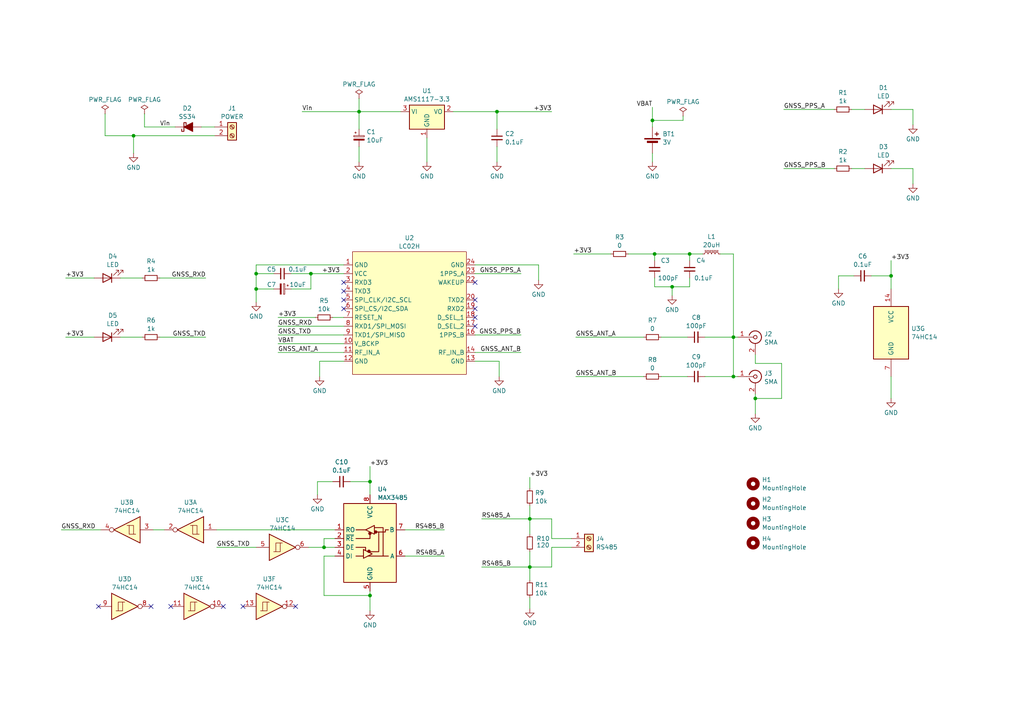
<source format=kicad_sch>
(kicad_sch (version 20230121) (generator eeschema)
  (paper "A4")
  (lib_symbols
    (symbol "74xx:74HC14" (pin_names (offset 1.016))
      (property "Reference" "U" (at 0 1.27 0))
      (property "Value" "74HC14" (at 0 -1.27 0))
      (symbol "74HC14_1_0"
        (polyline (pts (xy -3.81 3.81) (xy -3.81 -3.81) (xy 3.81 0) (xy -3.81 3.81)) (stroke (width 0.254)) (fill (type background)))
        (pin input line (at -7.62 0 0) (length 3.81) (name "~") (number "1"))
        (pin output inverted (at 7.62 0 180) (length 3.81) (name "~") (number "2"))
      )
      (symbol "74HC14_1_1"
        (polyline (pts (xy -1.905 -1.27) (xy -1.905 1.27) (xy -0.635 1.27)))
        (polyline (pts (xy -2.54 -1.27) (xy -0.635 -1.27) (xy -0.635 1.27) (xy 0 1.27)))
      )
      (symbol "74HC14_2_0"
        (polyline (pts (xy -3.81 3.81) (xy -3.81 -3.81) (xy 3.81 0) (xy -3.81 3.81)) (stroke (width 0.254)) (fill (type background)))
        (pin input line (at -7.62 0 0) (length 3.81) (name "~") (number "3"))
        (pin output inverted (at 7.62 0 180) (length 3.81) (name "~") (number "4"))
      )
      (symbol "74HC14_2_1"
        (polyline (pts (xy -1.905 -1.27) (xy -1.905 1.27) (xy -0.635 1.27)))
        (polyline (pts (xy -2.54 -1.27) (xy -0.635 -1.27) (xy -0.635 1.27) (xy 0 1.27)))
      )
      (symbol "74HC14_3_0"
        (polyline (pts (xy -3.81 3.81) (xy -3.81 -3.81) (xy 3.81 0) (xy -3.81 3.81)) (stroke (width 0.254)) (fill (type background)))
        (pin input line (at -7.62 0 0) (length 3.81) (name "~") (number "5"))
        (pin output inverted (at 7.62 0 180) (length 3.81) (name "~") (number "6"))
      )
      (symbol "74HC14_3_1"
        (polyline (pts (xy -1.905 -1.27) (xy -1.905 1.27) (xy -0.635 1.27)))
        (polyline (pts (xy -2.54 -1.27) (xy -0.635 -1.27) (xy -0.635 1.27) (xy 0 1.27)))
      )
      (symbol "74HC14_4_0"
        (polyline (pts (xy -3.81 3.81) (xy -3.81 -3.81) (xy 3.81 0) (xy -3.81 3.81)) (stroke (width 0.254)) (fill (type background)))
        (pin output inverted (at 7.62 0 180) (length 3.81) (name "~") (number "8"))
        (pin input line (at -7.62 0 0) (length 3.81) (name "~") (number "9"))
      )
      (symbol "74HC14_4_1"
        (polyline (pts (xy -1.905 -1.27) (xy -1.905 1.27) (xy -0.635 1.27)))
        (polyline (pts (xy -2.54 -1.27) (xy -0.635 -1.27) (xy -0.635 1.27) (xy 0 1.27)))
      )
      (symbol "74HC14_5_0"
        (polyline (pts (xy -3.81 3.81) (xy -3.81 -3.81) (xy 3.81 0) (xy -3.81 3.81)) (stroke (width 0.254)) (fill (type background)))
        (pin output inverted (at 7.62 0 180) (length 3.81) (name "~") (number "10"))
        (pin input line (at -7.62 0 0) (length 3.81) (name "~") (number "11"))
      )
      (symbol "74HC14_5_1"
        (polyline (pts (xy -1.905 -1.27) (xy -1.905 1.27) (xy -0.635 1.27)))
        (polyline (pts (xy -2.54 -1.27) (xy -0.635 -1.27) (xy -0.635 1.27) (xy 0 1.27)))
      )
      (symbol "74HC14_6_0"
        (polyline (pts (xy -3.81 3.81) (xy -3.81 -3.81) (xy 3.81 0) (xy -3.81 3.81)) (stroke (width 0.254)) (fill (type background)))
        (pin output inverted (at 7.62 0 180) (length 3.81) (name "~") (number "12"))
        (pin input line (at -7.62 0 0) (length 3.81) (name "~") (number "13"))
      )
      (symbol "74HC14_6_1"
        (polyline (pts (xy -1.905 -1.27) (xy -1.905 1.27) (xy -0.635 1.27)))
        (polyline (pts (xy -2.54 -1.27) (xy -0.635 -1.27) (xy -0.635 1.27) (xy 0 1.27)))
      )
      (symbol "74HC14_7_0"
        (pin power_in line (at 0 12.7 270) (length 5.08) (name "VCC") (number "14"))
        (pin power_in line (at 0 -12.7 90) (length 5.08) (name "GND") (number "7"))
      )
      (symbol "74HC14_7_1"
        (rectangle (start -5.08 7.62) (end 5.08 -7.62) (stroke (width 0.254)) (fill (type background)))
      )
    )
    (symbol "Connector:Conn_Coaxial" (pin_names (offset 1.016) hide)
      (property "Reference" "J" (at 0.254 3.048 0))
      (property "Value" "Conn_Coaxial" (at 2.921 0 90))
      (symbol "Conn_Coaxial_0_1"
        (arc (start -1.778 -0.508) (mid 0.2311 -1.8066) (end 1.778 0) (stroke (width 0.254)))
        (polyline (pts (xy -2.54 0) (xy -0.508 0)))
        (polyline (pts (xy 0 -2.54) (xy 0 -1.778)))
        (circle (center 0 0) (radius 0.508) (stroke (width 0.2032)))
        (arc (start 1.778 0) (mid 0.2099 1.8101) (end -1.778 0.508) (stroke (width 0.254)))
      )
      (symbol "Conn_Coaxial_1_1"
        (pin passive line (at -5.08 0 0) (length 2.54) (name "In") (number "1"))
        (pin passive line (at 0 -5.08 90) (length 2.54) (name "Ext") (number "2"))
      )
    )
    (symbol "Connector:Screw_Terminal_01x02" (pin_names (offset 1.016) hide)
      (property "Reference" "J" (at 0 2.54 0))
      (property "Value" "Screw_Terminal_01x02" (at 0 -5.08 0))
      (symbol "Screw_Terminal_01x02_1_1"
        (rectangle (start -1.27 1.27) (end 1.27 -3.81) (stroke (width 0.254)) (fill (type background)))
        (circle (center 0 -2.54) (radius 0.635) (stroke (width 0.1524)))
        (polyline (pts (xy -0.5334 -2.2098) (xy 0.3302 -3.048)) (stroke (width 0.1524)))
        (polyline (pts (xy -0.5334 0.3302) (xy 0.3302 -0.508)) (stroke (width 0.1524)))
        (polyline (pts (xy -0.3556 -2.032) (xy 0.508 -2.8702)) (stroke (width 0.1524)))
        (polyline (pts (xy -0.3556 0.508) (xy 0.508 -0.3302)) (stroke (width 0.1524)))
        (circle (center 0 0) (radius 0.635) (stroke (width 0.1524)))
        (pin passive line (at -5.08 0 0) (length 3.81) (name "Pin_1") (number "1"))
        (pin passive line (at -5.08 -2.54 0) (length 3.81) (name "Pin_2") (number "2"))
      )
    )
    (symbol "Device:Battery_Cell" (pin_numbers hide) (pin_names (offset 0) hide)
      (property "Reference" "BT" (at 2.54 2.54 0))
      (property "Value" "Battery_Cell" (at 2.54 0 0))
      (symbol "Battery_Cell_0_1"
        (rectangle (start -2.286 1.778) (end 2.286 1.524) (fill (type outline)))
        (rectangle (start -1.524 1.016) (end 1.524 0.508) (fill (type outline)))
        (polyline (pts (xy 0 0.762) (xy 0 0)))
        (polyline (pts (xy 0 1.778) (xy 0 2.54)))
        (polyline (pts (xy 0.762 3.048) (xy 1.778 3.048)) (stroke (width 0.254)))
        (polyline (pts (xy 1.27 3.556) (xy 1.27 2.54)) (stroke (width 0.254)))
      )
      (symbol "Battery_Cell_1_1"
        (pin passive line (at 0 5.08 270) (length 2.54) (name "+") (number "1"))
        (pin passive line (at 0 -2.54 90) (length 2.54) (name "-") (number "2"))
      )
    )
    (symbol "Device:C_Polarized_Small" (pin_numbers hide) (pin_names (offset 0.254) hide)
      (property "Reference" "C" (at 0.254 1.778 0))
      (property "Value" "C_Polarized_Small" (at 0.254 -2.032 0))
      (symbol "C_Polarized_Small_0_1"
        (rectangle (start -1.524 -0.3048) (end 1.524 -0.6858) (fill (type outline)))
        (rectangle (start -1.524 0.6858) (end 1.524 0.3048))
        (polyline (pts (xy -1.27 1.524) (xy -0.762 1.524)))
        (polyline (pts (xy -1.016 1.27) (xy -1.016 1.778)))
      )
      (symbol "C_Polarized_Small_1_1"
        (pin passive line (at 0 2.54 270) (length 1.8542) (name "~") (number "1"))
        (pin passive line (at 0 -2.54 90) (length 1.8542) (name "~") (number "2"))
      )
    )
    (symbol "Device:C_Small" (pin_numbers hide) (pin_names (offset 0.254) hide)
      (property "Reference" "C" (at 0.254 1.778 0))
      (property "Value" "C_Small" (at 0.254 -2.032 0))
      (symbol "C_Small_0_1"
        (polyline (pts (xy -1.524 -0.508) (xy 1.524 -0.508)) (stroke (width 0.3302)))
        (polyline (pts (xy -1.524 0.508) (xy 1.524 0.508)) (stroke (width 0.3048)))
      )
      (symbol "C_Small_1_1"
        (pin passive line (at 0 2.54 270) (length 2.032) (name "~") (number "1"))
        (pin passive line (at 0 -2.54 90) (length 2.032) (name "~") (number "2"))
      )
    )
    (symbol "Device:LED" (pin_numbers hide) (pin_names (offset 1.016) hide)
      (property "Reference" "D" (at 0 2.54 0))
      (property "Value" "LED" (at 0 -2.54 0))
      (symbol "LED_0_1"
        (polyline (pts (xy -1.27 -1.27) (xy -1.27 1.27)) (stroke (width 0.254)))
        (polyline (pts (xy -1.27 0) (xy 1.27 0)))
        (polyline (pts (xy 1.27 -1.27) (xy 1.27 1.27) (xy -1.27 0) (xy 1.27 -1.27)) (stroke (width 0.254)))
        (polyline (pts (xy -3.048 -0.762) (xy -4.572 -2.286) (xy -3.81 -2.286) (xy -4.572 -2.286) (xy -4.572 -1.524)))
        (polyline (pts (xy -1.778 -0.762) (xy -3.302 -2.286) (xy -2.54 -2.286) (xy -3.302 -2.286) (xy -3.302 -1.524)))
      )
      (symbol "LED_1_1"
        (pin passive line (at -3.81 0 0) (length 2.54) (name "K") (number "1"))
        (pin passive line (at 3.81 0 180) (length 2.54) (name "A") (number "2"))
      )
    )
    (symbol "Device:L_Ferrite_Small" (pin_numbers hide) (pin_names (offset 0.254) hide)
      (property "Reference" "L" (at 1.27 1.016 0))
      (property "Value" "L_Ferrite_Small" (at 1.27 -1.27 0))
      (symbol "L_Ferrite_Small_0_1"
        (arc (start 0 -2.032) (mid 0.5058 -1.524) (end 0 -1.016))
        (arc (start 0 -1.016) (mid 0.5058 -0.508) (end 0 0))
        (polyline (pts (xy 0.762 -1.905) (xy 0.762 -1.651)))
        (polyline (pts (xy 0.762 -1.397) (xy 0.762 -1.143)))
        (polyline (pts (xy 0.762 -0.889) (xy 0.762 -0.635)))
        (polyline (pts (xy 0.762 -0.381) (xy 0.762 -0.127)))
        (polyline (pts (xy 0.762 0.127) (xy 0.762 0.381)))
        (polyline (pts (xy 0.762 0.635) (xy 0.762 0.889)))
        (polyline (pts (xy 0.762 1.143) (xy 0.762 1.397)))
        (polyline (pts (xy 0.762 1.651) (xy 0.762 1.905)))
        (polyline (pts (xy 1.016 -1.651) (xy 1.016 -1.905)))
        (polyline (pts (xy 1.016 -1.143) (xy 1.016 -1.397)))
        (polyline (pts (xy 1.016 -0.635) (xy 1.016 -0.889)))
        (polyline (pts (xy 1.016 -0.127) (xy 1.016 -0.381)))
        (polyline (pts (xy 1.016 0.381) (xy 1.016 0.127)))
        (polyline (pts (xy 1.016 0.889) (xy 1.016 0.635)))
        (polyline (pts (xy 1.016 1.397) (xy 1.016 1.143)))
        (polyline (pts (xy 1.016 1.905) (xy 1.016 1.651)))
        (arc (start 0 0) (mid 0.5058 0.508) (end 0 1.016))
        (arc (start 0 1.016) (mid 0.5058 1.524) (end 0 2.032))
      )
      (symbol "L_Ferrite_Small_1_1"
        (pin passive line (at 0 2.54 270) (length 0.508) (name "~") (number "1"))
        (pin passive line (at 0 -2.54 90) (length 0.508) (name "~") (number "2"))
      )
    )
    (symbol "Device:R_Small" (pin_numbers hide) (pin_names (offset 0.254) hide)
      (property "Reference" "R" (at 0.762 0.508 0))
      (property "Value" "R_Small" (at 0.762 -1.016 0))
      (symbol "R_Small_0_1"
        (rectangle (start -0.762 1.778) (end 0.762 -1.778) (stroke (width 0.2032)))
      )
      (symbol "R_Small_1_1"
        (pin passive line (at 0 2.54 270) (length 0.762) (name "~") (number "1"))
        (pin passive line (at 0 -2.54 90) (length 0.762) (name "~") (number "2"))
      )
    )
    (symbol "GNSS:LC02H"
      (property "Reference" "U" (at 0 0 0))
      (property "Value" "LC02H" (at -6.35 0 0))
      (symbol "LC02H_1_1"
        (rectangle (start -16.51 17.78) (end 16.51 -17.78) (fill (type background)))
        (pin power_in line (at -19.05 13.97 0) (length 2.54) (name "GND") (number "1"))
        (pin power_in line (at -19.05 -8.89 0) (length 2.54) (name "V_BCKP") (number "10"))
        (pin input line (at -19.05 -11.43 0) (length 2.54) (name "RF_IN_A") (number "11"))
        (pin power_in line (at -19.05 -13.97 0) (length 2.54) (name "GND") (number "12"))
        (pin power_in line (at 19.05 -13.97 180) (length 2.54) (name "GND") (number "13"))
        (pin input line (at 19.05 -11.43 180) (length 2.54) (name "RF_IN_B") (number "14"))
        (pin no_connect line (at 19.05 -8.89 180) (length 2.54) hide (name "RESERVED") (number "15"))
        (pin output line (at 19.05 -6.35 180) (length 2.54) (name "1PPS_B") (number "16"))
        (pin input line (at 19.05 -3.81 180) (length 2.54) (name "D_SEL_2") (number "17"))
        (pin input line (at 19.05 -1.27 180) (length 2.54) (name "D_SEL_1") (number "18"))
        (pin input line (at 19.05 1.27 180) (length 2.54) (name "RXD2") (number "19"))
        (pin power_in line (at -19.05 11.43 0) (length 2.54) (name "VCC") (number "2"))
        (pin output line (at 19.05 3.81 180) (length 2.54) (name "TXD2") (number "20"))
        (pin no_connect line (at 19.05 6.35 180) (length 2.54) hide (name "RESERVED") (number "21"))
        (pin input line (at 19.05 8.89 180) (length 2.54) (name "WAKEUP") (number "22"))
        (pin output line (at 19.05 11.43 180) (length 2.54) (name "1PPS_A") (number "23"))
        (pin power_in line (at 19.05 13.97 180) (length 2.54) (name "GND") (number "24"))
        (pin input line (at -19.05 8.89 0) (length 2.54) (name "RXD3") (number "3"))
        (pin output line (at -19.05 6.35 0) (length 2.54) (name "TXD3") (number "4"))
        (pin input line (at -19.05 3.81 0) (length 2.54) (name "SPI_CLK/I2C_SCL") (number "5"))
        (pin bidirectional line (at -19.05 1.27 0) (length 2.54) (name "SPI_CS/I2C_SDA") (number "6"))
        (pin input line (at -19.05 -1.27 0) (length 2.54) (name "RESET_N") (number "7"))
        (pin input line (at -19.05 -3.81 0) (length 2.54) (name "RXD1/SPI_MOSI") (number "8"))
        (pin output line (at -19.05 -6.35 0) (length 2.54) (name "TXD1/SPI_MISO") (number "9"))
      )
    )
    (symbol "Interface_UART:MAX3485"
      (property "Reference" "U" (at -6.096 11.43 0))
      (property "Value" "MAX3485" (at 0.762 11.43 0))
      (symbol "MAX3485_0_1"
        (rectangle (start -7.62 10.16) (end 7.62 -12.7) (stroke (width 0.254)) (fill (type background)))
        (circle (center -0.3048 -3.683) (radius 0.3556) (stroke (width 0.254)) (fill (type outline)))
        (circle (center -0.0254 1.4986) (radius 0.3556) (stroke (width 0.254)) (fill (type outline)))
        (polyline (pts (xy -4.064 -5.08) (xy -1.905 -5.08)) (stroke (width 0.254)))
        (polyline (pts (xy -4.064 2.54) (xy -1.27 2.54)) (stroke (width 0.254)))
        (polyline (pts (xy -1.27 -3.2004) (xy -1.27 -3.4544)) (stroke (width 0.254)))
        (polyline (pts (xy -0.635 -5.08) (xy 5.334 -5.08)) (stroke (width 0.254)))
        (polyline (pts (xy -4.064 -2.54) (xy -1.27 -2.54) (xy -1.27 -3.175)) (stroke (width 0.254)))
        (polyline (pts (xy 0 1.27) (xy 0 0) (xy -4.064 0)) (stroke (width 0.254)))
        (polyline (pts (xy 1.27 3.175) (xy 3.81 3.175) (xy 3.81 -5.08)) (stroke (width 0.254)))
        (polyline (pts (xy 2.54 1.905) (xy 2.54 -3.81) (xy 0 -3.81)) (stroke (width 0.254)))
        (polyline (pts (xy -1.905 -3.175) (xy -1.905 -5.715) (xy 0.635 -4.445) (xy -1.905 -3.175)) (stroke (width 0.254)))
        (polyline (pts (xy -1.27 2.54) (xy 1.27 3.81) (xy 1.27 1.27) (xy -1.27 2.54)) (stroke (width 0.254)))
        (polyline (pts (xy 1.905 1.905) (xy 4.445 1.905) (xy 4.445 2.54) (xy 5.334 2.54)) (stroke (width 0.254)))
        (rectangle (start 1.27 3.175) (end 1.27 3.175))
        (circle (center 1.651 1.905) (radius 0.3556) (stroke (width 0.254)) (fill (type outline)))
      )
      (symbol "MAX3485_1_1"
        (pin output line (at -10.16 2.54 0) (length 2.54) (name "RO") (number "1"))
        (pin input line (at -10.16 0 0) (length 2.54) (name "~{RE}") (number "2"))
        (pin input line (at -10.16 -2.54 0) (length 2.54) (name "DE") (number "3"))
        (pin input line (at -10.16 -5.08 0) (length 2.54) (name "DI") (number "4"))
        (pin power_in line (at 0 -15.24 90) (length 2.54) (name "GND") (number "5"))
        (pin bidirectional line (at 10.16 -5.08 180) (length 2.54) (name "A") (number "6"))
        (pin bidirectional line (at 10.16 2.54 180) (length 2.54) (name "B") (number "7"))
        (pin power_in line (at 0 12.7 270) (length 2.54) (name "VCC") (number "8"))
      )
    )
    (symbol "Mechanical:MountingHole" (pin_names (offset 1.016))
      (property "Reference" "H" (at 0 5.08 0))
      (property "Value" "MountingHole" (at 0 3.175 0))
      (symbol "MountingHole_0_1"
        (circle (center 0 0) (radius 1.27) (stroke (width 1.27)))
      )
    )
    (symbol "PCM_Diode_Schottky_AKL:SS34" (pin_numbers hide) (pin_names (offset 1.016) hide)
      (property "Reference" "D" (at 0 5.08 0))
      (property "Value" "SS34" (at 0 2.54 0))
      (symbol "SS34_0_1"
        (polyline (pts (xy -1.27 0) (xy 1.27 0)))
        (polyline (pts (xy -1.27 -1.27) (xy -1.27 1.27) (xy 1.27 0) (xy -1.27 -1.27)) (stroke (width 0.254)) (fill (type outline)))
        (polyline (pts (xy 1.905 -0.635) (xy 1.905 -1.27) (xy 1.27 -1.27) (xy 1.27 1.27) (xy 0.635 1.27) (xy 0.635 0.635)) (stroke (width 0.254)))
      )
      (symbol "SS34_1_1"
        (pin passive line (at 3.81 0 180) (length 2.54) (name "K") (number "1"))
        (pin passive line (at -3.81 0 0) (length 2.54) (name "A") (number "2"))
      )
    )
    (symbol "Regulator_Linear:AMS1117-3.3"
      (property "Reference" "U" (at -3.81 3.175 0))
      (property "Value" "AMS1117-3.3" (at 0 3.175 0))
      (symbol "AMS1117-3.3_0_1"
        (rectangle (start -5.08 -5.08) (end 5.08 1.905) (stroke (width 0.254)) (fill (type background)))
      )
      (symbol "AMS1117-3.3_1_1"
        (pin power_in line (at 0 -7.62 90) (length 2.54) (name "GND") (number "1"))
        (pin power_out line (at 7.62 0 180) (length 2.54) (name "VO") (number "2"))
        (pin power_in line (at -7.62 0 0) (length 2.54) (name "VI") (number "3"))
      )
    )
    (symbol "power:GND" (power) (pin_names (offset 0))
      (property "Value" "GND" (at 0 -3.81 0))
      (symbol "GND_0_1"
        (polyline (pts (xy 0 0) (xy 0 -1.27) (xy 1.27 -1.27) (xy 0 -2.54) (xy -1.27 -1.27) (xy 0 -1.27)))
      )
      (symbol "GND_1_1"
        (pin power_in line (at 0 0 270) (length 0) hide (name "GND") (number "1"))
      )
    )
    (symbol "power:PWR_FLAG" (power) (pin_numbers hide) (pin_names (offset 0) hide)
      (property "Value" "PWR_FLAG" (at 0 3.81 0))
      (symbol "PWR_FLAG_0_0"
        (pin power_out line (at 0 0 90) (length 0) (name "pwr") (number "1"))
      )
      (symbol "PWR_FLAG_0_1"
        (polyline (pts (xy 0 0) (xy 0 1.27) (xy -1.016 1.905) (xy 0 2.54) (xy 1.016 1.905) (xy 0 1.27)))
      )
    )
  )
  (junction (at 144.145 32.385))
  (junction (at 90.17 79.375))
  (junction (at 38.735 39.37))
  (junction (at 189.865 73.66))
  (junction (at 74.295 83.82))
  (junction (at 107.315 172.72))
  (junction (at 93.98 158.75))
  (junction (at 194.945 83.185))
  (junction (at 219.075 115.57))
  (junction (at 212.725 109.22))
  (junction (at 107.315 139.7))
  (junction (at 74.295 79.375))
  (junction (at 258.445 80.01))
  (junction (at 153.67 164.465))
  (junction (at 189.23 34.925))
  (junction (at 104.14 32.385))
  (junction (at 153.67 150.495))
  (junction (at 212.725 97.79))
  (junction (at 200.025 73.66))
  (no_connect (at 99.695 86.995))
  (no_connect (at 137.795 86.995))
  (no_connect (at 137.795 94.615))
  (no_connect (at 99.695 89.535))
  (no_connect (at 99.695 81.915))
  (no_connect (at 64.77 175.895))
  (no_connect (at 28.575 175.895))
  (no_connect (at 85.725 175.895))
  (no_connect (at 137.795 89.535))
  (no_connect (at 70.485 175.895))
  (no_connect (at 43.815 175.895))
  (no_connect (at 99.695 84.455))
  (no_connect (at 137.795 92.075))
  (no_connect (at 137.795 81.915))
  (no_connect (at 49.53 175.895))
  (wire (pts (xy 153.67 164.465) (xy 160.02 164.465)))
  (wire (pts (xy 84.455 79.375) (xy 90.17 79.375)))
  (wire (pts (xy 93.98 161.29) (xy 93.98 172.72)))
  (wire (pts (xy 46.355 97.79) (xy 59.69 97.79)))
  (wire (pts (xy 258.445 75.565) (xy 258.445 80.01)))
  (wire (pts (xy 80.645 97.155) (xy 99.695 97.155)))
  (wire (pts (xy 34.925 80.645) (xy 41.275 80.645)))
  (wire (pts (xy 153.67 164.465) (xy 153.67 168.275)))
  (wire (pts (xy 80.645 92.075) (xy 91.44 92.075)))
  (wire (pts (xy 153.67 141.605) (xy 153.67 138.43)))
  (wire (pts (xy 30.48 39.37) (xy 38.735 39.37)))
  (wire (pts (xy 47.625 153.67) (xy 44.45 153.67)))
  (wire (pts (xy 252.73 80.01) (xy 258.445 80.01)))
  (wire (pts (xy 97.155 156.21) (xy 93.98 156.21)))
  (wire (pts (xy 189.865 73.66) (xy 200.025 73.66)))
  (wire (pts (xy 137.795 76.835) (xy 156.21 76.835)))
  (wire (pts (xy 137.795 97.155) (xy 151.13 97.155)))
  (wire (pts (xy 226.695 105.41) (xy 226.695 115.57)))
  (wire (pts (xy 117.475 161.29) (xy 128.905 161.29)))
  (wire (pts (xy 194.945 83.185) (xy 200.025 83.185)))
  (wire (pts (xy 247.015 31.75) (xy 250.825 31.75)))
  (wire (pts (xy 153.67 160.02) (xy 153.67 164.465)))
  (wire (pts (xy 153.67 146.685) (xy 153.67 150.495)))
  (wire (pts (xy 74.295 79.375) (xy 74.295 83.82)))
  (wire (pts (xy 204.47 97.79) (xy 212.725 97.79)))
  (wire (pts (xy 41.91 33.02) (xy 41.91 36.83)))
  (wire (pts (xy 62.23 39.37) (xy 38.735 39.37)))
  (wire (pts (xy 189.23 44.45) (xy 189.23 46.99)))
  (wire (pts (xy 167.005 97.79) (xy 186.69 97.79)))
  (wire (pts (xy 62.865 158.75) (xy 74.295 158.75)))
  (wire (pts (xy 194.945 83.185) (xy 194.945 85.725)))
  (wire (pts (xy 189.23 34.925) (xy 189.23 36.83)))
  (wire (pts (xy 258.445 48.895) (xy 264.795 48.895)))
  (wire (pts (xy 137.795 104.775) (xy 144.78 104.775)))
  (wire (pts (xy 189.865 80.645) (xy 189.865 83.185)))
  (wire (pts (xy 212.725 97.79) (xy 213.995 97.79)))
  (wire (pts (xy 153.67 173.355) (xy 153.67 176.53)))
  (wire (pts (xy 264.795 48.895) (xy 264.795 53.34)))
  (wire (pts (xy 58.42 36.83) (xy 62.23 36.83)))
  (wire (pts (xy 200.025 80.645) (xy 200.025 83.185)))
  (wire (pts (xy 87.63 32.385) (xy 104.14 32.385)))
  (wire (pts (xy 41.91 36.83) (xy 50.8 36.83)))
  (wire (pts (xy 104.14 32.385) (xy 104.14 37.465)))
  (wire (pts (xy 200.025 73.66) (xy 203.835 73.66)))
  (wire (pts (xy 227.33 31.75) (xy 241.935 31.75)))
  (wire (pts (xy 62.865 153.67) (xy 97.155 153.67)))
  (wire (pts (xy 107.315 172.72) (xy 107.315 177.165)))
  (wire (pts (xy 96.52 92.075) (xy 99.695 92.075)))
  (wire (pts (xy 30.48 33.02) (xy 30.48 39.37)))
  (wire (pts (xy 144.145 42.545) (xy 144.145 46.99)))
  (wire (pts (xy 219.075 102.87) (xy 219.075 105.41)))
  (wire (pts (xy 258.445 83.82) (xy 258.445 80.01)))
  (wire (pts (xy 139.7 150.495) (xy 153.67 150.495)))
  (wire (pts (xy 160.02 164.465) (xy 160.02 158.75)))
  (wire (pts (xy 144.145 32.385) (xy 131.445 32.385)))
  (wire (pts (xy 104.14 32.385) (xy 116.205 32.385)))
  (wire (pts (xy 93.98 156.21) (xy 93.98 158.75)))
  (wire (pts (xy 123.825 40.005) (xy 123.825 46.99)))
  (wire (pts (xy 144.145 32.385) (xy 144.145 37.465)))
  (wire (pts (xy 144.145 32.385) (xy 160.02 32.385)))
  (wire (pts (xy 27.305 97.79) (xy 19.05 97.79)))
  (wire (pts (xy 104.14 28.575) (xy 104.14 32.385)))
  (wire (pts (xy 153.67 150.495) (xy 160.02 150.495)))
  (wire (pts (xy 247.015 48.895) (xy 250.825 48.895)))
  (wire (pts (xy 247.65 80.01) (xy 243.205 80.01)))
  (wire (pts (xy 101.6 139.7) (xy 107.315 139.7)))
  (wire (pts (xy 17.78 153.67) (xy 29.21 153.67)))
  (wire (pts (xy 74.295 76.835) (xy 74.295 79.375)))
  (wire (pts (xy 80.645 102.235) (xy 99.695 102.235)))
  (wire (pts (xy 104.14 42.545) (xy 104.14 46.99)))
  (wire (pts (xy 34.925 97.79) (xy 41.275 97.79)))
  (wire (pts (xy 93.98 158.75) (xy 97.155 158.75)))
  (wire (pts (xy 137.795 79.375) (xy 151.13 79.375)))
  (wire (pts (xy 90.17 79.375) (xy 90.17 83.82)))
  (wire (pts (xy 160.02 156.21) (xy 165.735 156.21)))
  (wire (pts (xy 160.02 158.75) (xy 165.735 158.75)))
  (wire (pts (xy 84.455 83.82) (xy 90.17 83.82)))
  (wire (pts (xy 212.725 109.22) (xy 213.995 109.22)))
  (wire (pts (xy 74.295 83.82) (xy 74.295 87.63)))
  (wire (pts (xy 117.475 153.67) (xy 128.905 153.67)))
  (wire (pts (xy 194.945 83.185) (xy 189.865 83.185)))
  (wire (pts (xy 219.075 114.3) (xy 219.075 115.57)))
  (wire (pts (xy 99.695 76.835) (xy 74.295 76.835)))
  (wire (pts (xy 107.315 171.45) (xy 107.315 172.72)))
  (wire (pts (xy 219.075 105.41) (xy 226.695 105.41)))
  (wire (pts (xy 144.78 104.775) (xy 144.78 109.22)))
  (wire (pts (xy 93.98 172.72) (xy 107.315 172.72)))
  (wire (pts (xy 80.645 99.695) (xy 99.695 99.695)))
  (wire (pts (xy 258.445 109.22) (xy 258.445 115.57)))
  (wire (pts (xy 212.725 73.66) (xy 212.725 97.79)))
  (wire (pts (xy 258.445 31.75) (xy 264.795 31.75)))
  (wire (pts (xy 208.915 73.66) (xy 212.725 73.66)))
  (wire (pts (xy 189.23 31.115) (xy 189.23 34.925)))
  (wire (pts (xy 80.645 94.615) (xy 99.695 94.615)))
  (wire (pts (xy 74.295 83.82) (xy 79.375 83.82)))
  (wire (pts (xy 107.315 143.51) (xy 107.315 139.7)))
  (wire (pts (xy 79.375 79.375) (xy 74.295 79.375)))
  (wire (pts (xy 90.17 79.375) (xy 99.695 79.375)))
  (wire (pts (xy 182.245 73.66) (xy 189.865 73.66)))
  (wire (pts (xy 107.315 135.255) (xy 107.315 139.7)))
  (wire (pts (xy 153.67 150.495) (xy 153.67 154.94)))
  (wire (pts (xy 137.795 102.235) (xy 151.13 102.235)))
  (wire (pts (xy 212.725 97.79) (xy 212.725 109.22)))
  (wire (pts (xy 97.155 161.29) (xy 93.98 161.29)))
  (wire (pts (xy 96.52 139.7) (xy 92.075 139.7)))
  (wire (pts (xy 92.71 104.775) (xy 99.695 104.775)))
  (wire (pts (xy 191.77 97.79) (xy 199.39 97.79)))
  (wire (pts (xy 92.075 139.7) (xy 92.075 143.51)))
  (wire (pts (xy 189.23 34.925) (xy 198.12 34.925)))
  (wire (pts (xy 46.355 80.645) (xy 59.69 80.645)))
  (wire (pts (xy 264.795 31.75) (xy 264.795 36.195)))
  (wire (pts (xy 27.305 80.645) (xy 19.05 80.645)))
  (wire (pts (xy 92.71 104.775) (xy 92.71 109.22)))
  (wire (pts (xy 227.33 48.895) (xy 241.935 48.895)))
  (wire (pts (xy 156.21 76.835) (xy 156.21 81.28)))
  (wire (pts (xy 139.7 164.465) (xy 153.67 164.465)))
  (wire (pts (xy 219.075 115.57) (xy 219.075 120.015)))
  (wire (pts (xy 200.025 73.66) (xy 200.025 75.565)))
  (wire (pts (xy 160.02 150.495) (xy 160.02 156.21)))
  (wire (pts (xy 219.075 115.57) (xy 226.695 115.57)))
  (wire (pts (xy 189.865 73.66) (xy 189.865 75.565)))
  (wire (pts (xy 166.37 73.66) (xy 177.165 73.66)))
  (wire (pts (xy 243.205 80.01) (xy 243.205 83.82)))
  (wire (pts (xy 89.535 158.75) (xy 93.98 158.75)))
  (wire (pts (xy 38.735 39.37) (xy 38.735 44.45)))
  (wire (pts (xy 204.47 109.22) (xy 212.725 109.22)))
  (wire (pts (xy 198.12 33.655) (xy 198.12 34.925)))
  (wire (pts (xy 191.77 109.22) (xy 199.39 109.22)))
  (wire (pts (xy 167.005 109.22) (xy 186.69 109.22)))
  (label "RS485_B" (at 128.905 153.67 180))
  (label "+3V3" (at 160.02 32.385 180))
  (label "GNSS_TXD" (at 62.865 158.75 0))
  (label "GNSS_PPS_A" (at 227.33 31.75 0))
  (label "GNSS_TXD" (at 80.645 97.155 0))
  (label "GNSS_RXD" (at 59.69 80.645 180))
  (label "+3V3" (at 153.67 138.43 0))
  (label "GNSS_PPS_A" (at 151.13 79.375 180))
  (label "GNSS_RXD" (at 80.645 94.615 0))
  (label "VBAT" (at 80.645 99.695 0))
  (label "+3V3" (at 107.315 135.255 0))
  (label "+3V3" (at 166.37 73.66 0))
  (label "+3V3" (at 258.445 75.565 0))
  (label "GNSS_RXD" (at 17.78 153.67 0))
  (label "GNSS_PPS_B" (at 227.33 48.895 0))
  (label "GNSS_TXD" (at 59.69 97.79 180))
  (label "GNSS_ANT_A" (at 167.005 97.79 0))
  (label "Vin" (at 87.63 32.385 0))
  (label "GNSS_PPS_B" (at 151.13 97.155 180))
  (label "+3V3" (at 80.645 92.075 0))
  (label "RS485_B" (at 139.7 164.465 0))
  (label "+3V3" (at 19.05 97.79 0))
  (label "+3V3" (at 93.345 79.375 0))
  (label "RS485_A" (at 139.7 150.495 0))
  (label "GNSS_ANT_B" (at 151.13 102.235 180))
  (label "+3V3" (at 19.05 80.645 0))
  (label "GNSS_ANT_A" (at 80.645 102.235 0))
  (label "Vin" (at 46.355 36.83 0))
  (label "GNSS_ANT_B" (at 167.005 109.22 0))
  (label "RS485_A" (at 128.905 161.29 180))
  (label "VBAT" (at 189.23 31.115 180))
  (symbol (lib_id "Device:R_Small") (at 43.815 97.79 270) (mirror x) (unit 1)
    (property "Reference" "R6" (at 43.815 92.9091 90))
    (property "Value" "1k" (at 43.815 95.3333 90))
    (property "Footprint" "Resistor_THT:R_Axial_DIN0204_L3.6mm_D1.6mm_P7.62mm_Horizontal" (effects hide))
  )
  (symbol (lib_id "Device:C_Polarized_Small") (at 104.14 40.005 0) (unit 1)
    (property "Reference" "C1" (at 106.299 38.2468 0) (effects (justify left)))
    (property "Value" "10uF" (at 106.299 40.671 0) (effects (justify left)))
    (property "Footprint" "Capacitor_THT:CP_Radial_D5.0mm_P2.50mm" (effects hide))
  )
  (symbol (lib_id "Device:Battery_Cell") (at 189.23 41.91 0) (unit 1)
    (property "Reference" "BT1" (at 192.151 38.8564 0) (effects (justify left)))
    (property "Value" "3V" (at 192.151 41.2806 0) (effects (justify left)))
    (property "Footprint" "Battery:BatteryHolder_LINX_BAT-HLD-012-SMT" (effects hide))
  )
  (symbol (lib_id "Device:R_Small") (at 153.67 157.48 0) (mirror x) (unit 1)
    (property "Reference" "R10" (at 155.575 156.21 0) (effects (justify left)))
    (property "Value" "120" (at 155.575 158.115 0) (effects (justify left)))
    (property "Footprint" "Resistor_THT:R_Axial_DIN0204_L3.6mm_D1.6mm_P7.62mm_Horizontal" (effects hide))
  )
  (symbol (lib_id "power:PWR_FLAG") (at 104.14 28.575 0) (unit 1)
    (property "Reference" "#FLG01" (effects hide))
    (property "Value" "PWR_FLAG" (at 104.14 24.4419 0))
  )
  (symbol (lib_id "power:GND") (at 153.67 176.53 0) (unit 1)
    (property "Reference" "#PWR018" (effects hide))
    (property "Value" "GND" (at 153.67 180.6631 0))
  )
  (symbol (lib_id "Device:C_Small") (at 201.93 109.22 90) (unit 1)
    (property "Reference" "C9" (at 201.9363 103.5136 90))
    (property "Value" "100pF" (at 201.9363 105.9378 90))
    (property "Footprint" "Capacitor_THT:C_Disc_D3.0mm_W2.0mm_P2.50mm" (effects hide))
  )
  (symbol (lib_id "power:GND") (at 38.735 44.45 0) (unit 1)
    (property "Reference" "#PWR03" (effects hide))
    (property "Value" "GND" (at 38.735 48.5831 0))
  )
  (symbol (lib_id "power:GND") (at 107.315 177.165 0) (unit 1)
    (property "Reference" "#PWR019" (effects hide))
    (property "Value" "GND" (at 107.315 181.2981 0))
  )
  (symbol (lib_id "Connector:Conn_Coaxial") (at 219.075 109.22 0) (unit 1)
    (property "Reference" "J3" (at 221.6151 108.3011 0) (effects (justify left)))
    (property "Value" "SMA" (at 221.6151 110.7253 0) (effects (justify left)))
    (property "Footprint" "Connector_Coaxial:SMA_Amphenol_901-144_Vertical" (effects hide))
    (property "Datasheet" " ~" (effects hide))
  )
  (symbol (lib_id "power:GND") (at 92.075 143.51 0) (unit 1)
    (property "Reference" "#PWR017" (effects hide))
    (property "Value" "GND" (at 92.075 147.6431 0))
  )
  (symbol (lib_id "power:GND") (at 194.945 85.725 0) (unit 1)
    (property "Reference" "#PWR011" (effects hide))
    (property "Value" "GND" (at 194.945 89.8581 0))
  )
  (symbol (lib_id "Device:R_Small") (at 153.67 144.145 0) (unit 1)
    (property "Reference" "R9" (at 155.1686 142.9329 0) (effects (justify left)))
    (property "Value" "10k" (at 155.1686 145.3571 0) (effects (justify left)))
    (property "Footprint" "Resistor_THT:R_Axial_DIN0204_L3.6mm_D1.6mm_P7.62mm_Horizontal" (effects hide))
  )
  (symbol (lib_id "Device:LED") (at 254.635 48.895 180) (unit 1)
    (property "Reference" "D3" (at 256.2225 42.5917 0))
    (property "Value" "LED" (at 256.2225 45.0159 0))
    (property "Footprint" "LED_THT:LED_D3.0mm" (effects hide))
  )
  (symbol (lib_id "Device:R_Small") (at 43.815 80.645 270) (mirror x) (unit 1)
    (property "Reference" "R4" (at 43.815 75.7641 90))
    (property "Value" "1k" (at 43.815 78.1883 90))
    (property "Footprint" "Resistor_THT:R_Axial_DIN0204_L3.6mm_D1.6mm_P7.62mm_Horizontal" (effects hide))
  )
  (symbol (lib_id "Regulator_Linear:AMS1117-3.3") (at 123.825 32.385 0) (unit 1)
    (property "Reference" "U1" (at 123.825 26.3357 0))
    (property "Value" "AMS1117-3.3" (at 123.825 28.7599 0))
    (property "Footprint" "Package_TO_SOT_SMD:SOT-223-3_TabPin2" (effects hide))
    (property "Datasheet" "http://www.advanced-monolithic.com/pdf/ds1117.pdf" (effects hide))
  )
  (symbol (lib_id "Device:R_Small") (at 93.98 92.075 90) (unit 1)
    (property "Reference" "R5" (at 93.98 87.1941 90))
    (property "Value" "10k" (at 93.98 89.6183 90))
    (property "Footprint" "Resistor_THT:R_Axial_DIN0204_L3.6mm_D1.6mm_P7.62mm_Horizontal" (effects hide))
  )
  (symbol (lib_id "Device:C_Small") (at 201.93 97.79 90) (unit 1)
    (property "Reference" "C8" (at 201.9363 92.0836 90))
    (property "Value" "100pF" (at 201.9363 94.5078 90))
    (property "Footprint" "Capacitor_THT:C_Disc_D3.0mm_W2.0mm_P2.50mm" (effects hide))
  )
  (symbol (lib_id "power:GND") (at 156.21 81.28 0) (unit 1)
    (property "Reference" "#PWR09" (effects hide))
    (property "Value" "GND" (at 156.21 85.4131 0))
  )
  (symbol (lib_id "PCM_Diode_Schottky_AKL:SS34") (at 54.61 36.83 0) (mirror y) (unit 1)
    (property "Reference" "D2" (at 54.2925 31.4157 0))
    (property "Value" "SS34" (at 54.2925 33.8399 0))
    (property "Footprint" "Diode_SMD:D_SMA" (effects hide))
    (property "Datasheet" "https://www.tme.eu/Document/4534c3d1273464918563ce78bdeb2ece/SS34-E3-57T.pdf" (effects hide))
  )
  (symbol (lib_id "Device:C_Small") (at 144.145 40.005 0) (unit 1)
    (property "Reference" "C2" (at 146.4691 38.7992 0) (effects (justify left)))
    (property "Value" "0.1uF" (at 146.4691 41.2234 0) (effects (justify left)))
    (property "Footprint" "Capacitor_THT:C_Disc_D3.0mm_W2.0mm_P2.50mm" (effects hide))
  )
  (symbol (lib_id "Device:R_Small") (at 189.23 97.79 90) (unit 1)
    (property "Reference" "R7" (at 189.23 92.9091 90))
    (property "Value" "0" (at 189.23 95.3333 90))
    (property "Footprint" "Resistor_THT:R_Axial_DIN0204_L3.6mm_D1.6mm_P7.62mm_Horizontal" (effects hide))
  )
  (symbol (lib_id "power:PWR_FLAG") (at 41.91 33.02 0) (unit 1)
    (property "Reference" "#FLG03" (effects hide))
    (property "Value" "PWR_FLAG" (at 41.91 28.8869 0))
  )
  (symbol (lib_id "power:GND") (at 123.825 46.99 0) (unit 1)
    (property "Reference" "#PWR05" (effects hide))
    (property "Value" "GND" (at 123.825 51.1231 0))
  )
  (symbol (lib_id "Connector:Screw_Terminal_01x02") (at 170.815 156.21 0) (unit 1)
    (property "Reference" "J4" (at 172.847 156.2679 0) (effects (justify left)))
    (property "Value" "RS485" (at 172.847 158.6921 0) (effects (justify left)))
    (property "Footprint" "TerminalBlock:TerminalBlock_bornier-2_P5.08mm" (effects hide))
  )
  (symbol (lib_id "Mechanical:MountingHole") (at 218.44 140.335 0) (unit 1)
    (property "Reference" "H1" (at 220.98 139.1229 0) (effects (justify left)))
    (property "Value" "MountingHole" (at 220.98 141.5471 0) (effects (justify left)))
    (property "Footprint" "MountingHole:MountingHole_3.2mm_M3_DIN965" (effects hide))
  )
  (symbol (lib_id "power:GND") (at 243.205 83.82 0) (unit 1)
    (property "Reference" "#PWR010" (effects hide))
    (property "Value" "GND" (at 243.205 87.9531 0))
  )
  (symbol (lib_id "74xx:74HC14") (at 36.195 175.895 0) (unit 4)
    (property "Reference" "U3" (at 36.195 167.9407 0))
    (property "Value" "74HC14" (at 36.195 170.3649 0))
    (property "Footprint" "Package_SO:SOIC-14_3.9x8.7mm_P1.27mm" (effects hide))
    (property "Datasheet" "http://www.ti.com/lit/gpn/sn74HC14" (effects hide))
  )
  (symbol (lib_id "power:GND") (at 264.795 53.34 0) (unit 1)
    (property "Reference" "#PWR08" (effects hide))
    (property "Value" "GND" (at 264.795 57.4731 0))
  )
  (symbol (lib_id "power:GND") (at 144.145 46.99 0) (unit 1)
    (property "Reference" "#PWR06" (effects hide))
    (property "Value" "GND" (at 144.145 51.1231 0))
  )
  (symbol (lib_id "power:GND") (at 74.295 87.63 0) (unit 1)
    (property "Reference" "#PWR012" (effects hide))
    (property "Value" "GND" (at 74.295 91.7631 0))
  )
  (symbol (lib_id "Mechanical:MountingHole") (at 218.44 146.05 0) (unit 1)
    (property "Reference" "H2" (at 220.98 144.8379 0) (effects (justify left)))
    (property "Value" "MountingHole" (at 220.98 147.2621 0) (effects (justify left)))
    (property "Footprint" "MountingHole:MountingHole_3.2mm_M3_DIN965" (effects hide))
  )
  (symbol (lib_id "Device:LED") (at 31.115 97.79 180) (unit 1)
    (property "Reference" "D5" (at 32.7025 91.4867 0))
    (property "Value" "LED" (at 32.7025 93.9109 0))
    (property "Footprint" "LED_THT:LED_D3.0mm" (effects hide))
  )
  (symbol (lib_id "74xx:74HC14") (at 55.245 153.67 0) (mirror y) (unit 1)
    (property "Reference" "U3" (at 55.245 145.7157 0))
    (property "Value" "74HC14" (at 55.245 148.1399 0))
    (property "Footprint" "Package_SO:SOIC-14_3.9x8.7mm_P1.27mm" (effects hide))
    (property "Datasheet" "http://www.ti.com/lit/gpn/sn74HC14" (effects hide))
  )
  (symbol (lib_id "Device:C_Small") (at 200.025 78.105 0) (mirror x) (unit 1)
    (property "Reference" "C4" (at 201.93 75.565 0) (effects (justify left)))
    (property "Value" "0.1uF" (at 201.295 80.645 0) (effects (justify left)))
    (property "Footprint" "Capacitor_THT:C_Disc_D3.0mm_W2.0mm_P2.50mm" (effects hide))
  )
  (symbol (lib_id "power:GND") (at 189.23 46.99 0) (unit 1)
    (property "Reference" "#PWR07" (effects hide))
    (property "Value" "GND" (at 189.23 51.1231 0))
  )
  (symbol (lib_id "power:GND") (at 144.78 109.22 0) (unit 1)
    (property "Reference" "#PWR014" (effects hide))
    (property "Value" "GND" (at 144.78 113.3531 0))
  )
  (symbol (lib_id "Device:R_Small") (at 153.67 170.815 0) (unit 1)
    (property "Reference" "R11" (at 155.1686 169.6029 0) (effects (justify left)))
    (property "Value" "10k" (at 155.1686 172.0271 0) (effects (justify left)))
    (property "Footprint" "Resistor_THT:R_Axial_DIN0204_L3.6mm_D1.6mm_P7.62mm_Horizontal" (effects hide))
  )
  (symbol (lib_id "Mechanical:MountingHole") (at 218.44 151.765 0) (unit 1)
    (property "Reference" "H3" (at 220.98 150.5529 0) (effects (justify left)))
    (property "Value" "MountingHole" (at 220.98 152.9771 0) (effects (justify left)))
    (property "Footprint" "MountingHole:MountingHole_3.2mm_M3_DIN965" (effects hide))
  )
  (symbol (lib_id "74xx:74HC14") (at 57.15 175.895 0) (unit 5)
    (property "Reference" "U3" (at 57.15 167.9407 0))
    (property "Value" "74HC14" (at 57.15 170.3649 0))
    (property "Footprint" "Package_SO:SOIC-14_3.9x8.7mm_P1.27mm" (effects hide))
    (property "Datasheet" "http://www.ti.com/lit/gpn/sn74HC14" (effects hide))
  )
  (symbol (lib_id "Mechanical:MountingHole") (at 218.44 157.48 0) (unit 1)
    (property "Reference" "H4" (at 220.98 156.2679 0) (effects (justify left)))
    (property "Value" "MountingHole" (at 220.98 158.6921 0) (effects (justify left)))
    (property "Footprint" "MountingHole:MountingHole_3.2mm_M3_DIN965" (effects hide))
  )
  (symbol (lib_id "74xx:74HC14") (at 78.105 175.895 0) (unit 6)
    (property "Reference" "U3" (at 78.105 167.9407 0))
    (property "Value" "74HC14" (at 78.105 170.3649 0))
    (property "Footprint" "Package_SO:SOIC-14_3.9x8.7mm_P1.27mm" (effects hide))
    (property "Datasheet" "http://www.ti.com/lit/gpn/sn74HC14" (effects hide))
  )
  (symbol (lib_id "Connector:Conn_Coaxial") (at 219.075 97.79 0) (unit 1)
    (property "Reference" "J2" (at 221.6151 96.8711 0) (effects (justify left)))
    (property "Value" "SMA" (at 221.6151 99.2953 0) (effects (justify left)))
    (property "Footprint" "Connector_Coaxial:SMA_Amphenol_901-144_Vertical" (effects hide))
    (property "Datasheet" " ~" (effects hide))
  )
  (symbol (lib_id "74xx:74HC14") (at 258.445 96.52 0) (unit 7)
    (property "Reference" "U3" (at 264.287 95.3079 0) (effects (justify left)))
    (property "Value" "74HC14" (at 264.287 97.7321 0) (effects (justify left)))
    (property "Footprint" "Package_SO:SOIC-14_3.9x8.7mm_P1.27mm" (effects hide))
    (property "Datasheet" "http://www.ti.com/lit/gpn/sn74HC14" (effects hide))
  )
  (symbol (lib_id "Device:C_Small") (at 189.865 78.105 180) (unit 1)
    (property "Reference" "C3" (at 194.31 75.565 0) (effects (justify left)))
    (property "Value" "100pF" (at 196.85 80.645 0) (effects (justify left)))
    (property "Footprint" "Capacitor_THT:C_Disc_D3.0mm_W2.0mm_P2.50mm" (effects hide))
  )
  (symbol (lib_id "Device:L_Ferrite_Small") (at 206.375 73.66 90) (unit 1)
    (property "Reference" "L1" (at 206.375 68.6267 90))
    (property "Value" "20uH" (at 206.375 71.0509 90))
    (property "Footprint" "Inductor_THT:L_Radial_D7.0mm_P3.00mm" (effects hide))
  )
  (symbol (lib_id "Device:R_Small") (at 244.475 31.75 90) (unit 1)
    (property "Reference" "R1" (at 244.475 26.8691 90))
    (property "Value" "1k" (at 244.475 29.2933 90))
    (property "Footprint" "Resistor_THT:R_Axial_DIN0204_L3.6mm_D1.6mm_P7.62mm_Horizontal" (effects hide))
  )
  (symbol (lib_id "74xx:74HC14") (at 36.83 153.67 0) (mirror y) (unit 2)
    (property "Reference" "U3" (at 36.83 145.7157 0))
    (property "Value" "74HC14" (at 36.83 148.1399 0))
    (property "Footprint" "Package_SO:SOIC-14_3.9x8.7mm_P1.27mm" (effects hide))
    (property "Datasheet" "http://www.ti.com/lit/gpn/sn74HC14" (effects hide))
  )
  (symbol (lib_id "Device:LED") (at 254.635 31.75 180) (unit 1)
    (property "Reference" "D1" (at 256.2225 25.4467 0))
    (property "Value" "LED" (at 256.2225 27.8709 0))
    (property "Footprint" "LED_THT:LED_D3.0mm" (effects hide))
  )
  (symbol (lib_id "power:GND") (at 104.14 46.99 0) (unit 1)
    (property "Reference" "#PWR04" (effects hide))
    (property "Value" "GND" (at 104.14 51.1231 0))
  )
  (symbol (lib_id "Device:C_Small") (at 99.06 139.7 90) (unit 1)
    (property "Reference" "C10" (at 99.0663 133.9936 90))
    (property "Value" "0.1uF" (at 99.0663 136.4178 90))
    (property "Footprint" "Capacitor_THT:C_Disc_D3.0mm_W2.0mm_P2.50mm" (effects hide))
  )
  (symbol (lib_id "Device:C_Small") (at 81.915 79.375 270) (mirror x) (unit 1)
    (property "Reference" "C5" (at 78.74 78.105 90))
    (property "Value" "0.1uF" (at 86.36 78.105 90))
    (property "Footprint" "Capacitor_THT:C_Disc_D3.0mm_W2.0mm_P2.50mm" (effects hide))
  )
  (symbol (lib_id "power:GND") (at 258.445 115.57 0) (unit 1)
    (property "Reference" "#PWR015" (effects hide))
    (property "Value" "GND" (at 258.445 119.7031 0))
  )
  (symbol (lib_id "Device:LED") (at 31.115 80.645 180) (unit 1)
    (property "Reference" "D4" (at 32.7025 74.3417 0))
    (property "Value" "LED" (at 32.7025 76.7659 0))
    (property "Footprint" "LED_THT:LED_D3.0mm" (effects hide))
  )
  (symbol (lib_id "power:GND") (at 92.71 109.22 0) (unit 1)
    (property "Reference" "#PWR013" (effects hide))
    (property "Value" "GND" (at 92.71 113.3531 0))
  )
  (symbol (lib_id "Connector:Screw_Terminal_01x02") (at 67.31 36.83 0) (unit 1)
    (property "Reference" "J1" (at 67.31 31.4157 0))
    (property "Value" "POWER" (at 67.31 33.8399 0))
    (property "Footprint" "TerminalBlock:TerminalBlock_bornier-2_P5.08mm" (effects hide))
  )
  (symbol (lib_id "Device:R_Small") (at 179.705 73.66 270) (mirror x) (unit 1)
    (property "Reference" "R3" (at 179.705 68.7791 90))
    (property "Value" "0" (at 179.705 71.2033 90))
    (property "Footprint" "Resistor_THT:R_Axial_DIN0204_L3.6mm_D1.6mm_P7.62mm_Horizontal" (effects hide))
  )
  (symbol (lib_id "power:GND") (at 264.795 36.195 0) (unit 1)
    (property "Reference" "#PWR02" (effects hide))
    (property "Value" "GND" (at 264.795 40.3281 0))
  )
  (symbol (lib_id "power:GND") (at 219.075 120.015 0) (unit 1)
    (property "Reference" "#PWR016" (effects hide))
    (property "Value" "GND" (at 219.075 124.1481 0))
  )
  (symbol (lib_id "74xx:74HC14") (at 81.915 158.75 0) (unit 3)
    (property "Reference" "U3" (at 81.915 150.7957 0))
    (property "Value" "74HC14" (at 81.915 153.2199 0))
    (property "Footprint" "Package_SO:SOIC-14_3.9x8.7mm_P1.27mm" (effects hide))
    (property "Datasheet" "http://www.ti.com/lit/gpn/sn74HC14" (effects hide))
  )
  (symbol (lib_id "power:PWR_FLAG") (at 198.12 33.655 0) (unit 1)
    (property "Reference" "#FLG04" (effects hide))
    (property "Value" "PWR_FLAG" (at 198.12 29.5219 0))
  )
  (symbol (lib_id "Device:R_Small") (at 244.475 48.895 90) (unit 1)
    (property "Reference" "R2" (at 244.475 44.0141 90))
    (property "Value" "1k" (at 244.475 46.4383 90))
    (property "Footprint" "Resistor_THT:R_Axial_DIN0204_L3.6mm_D1.6mm_P7.62mm_Horizontal" (effects hide))
  )
  (symbol (lib_id "GNSS:LC02H") (at 118.745 90.805 0) (unit 1)
    (property "Reference" "U2" (at 118.745 69.0077 0))
    (property "Value" "LC02H" (at 118.745 71.4319 0))
    (property "Footprint" "GNSS:LC02H" (effects hide))
  )
  (symbol (lib_id "Device:R_Small") (at 189.23 109.22 90) (unit 1)
    (property "Reference" "R8" (at 189.23 104.3391 90))
    (property "Value" "0" (at 189.23 106.7633 90))
    (property "Footprint" "Resistor_THT:R_Axial_DIN0204_L3.6mm_D1.6mm_P7.62mm_Horizontal" (effects hide))
  )
  (symbol (lib_id "Interface_UART:MAX3485") (at 107.315 156.21 0) (unit 1)
    (property "Reference" "U4" (at 109.5091 141.9057 0) (effects (justify left)))
    (property "Value" "MAX3485" (at 109.5091 144.3299 0) (effects (justify left)))
    (property "Footprint" "Package_SO:SOIC-8_3.9x4.9mm_P1.27mm" (effects hide))
    (property "Datasheet" "https://datasheets.maximintegrated.com/en/ds/MAX3483-MAX3491.pdf" (effects hide))
  )
  (symbol (lib_id "Device:C_Polarized_Small") (at 81.915 83.82 270) (unit 1)
    (property "Reference" "C7" (at 78.74 82.55 90))
    (property "Value" "10uF" (at 86.36 82.55 90))
    (property "Footprint" "Capacitor_THT:CP_Radial_D5.0mm_P2.50mm" (effects hide))
  )
  (symbol (lib_id "Device:C_Small") (at 250.19 80.01 90) (unit 1)
    (property "Reference" "C6" (at 250.1963 74.3036 90))
    (property "Value" "0.1uF" (at 250.1963 76.7278 90))
    (property "Footprint" "Capacitor_THT:C_Disc_D3.0mm_W2.0mm_P2.50mm" (effects hide))
  )
  (symbol (lib_id "power:PWR_FLAG") (at 30.48 33.02 0) (unit 1)
    (property "Reference" "#FLG02" (effects hide))
    (property "Value" "PWR_FLAG" (at 30.48 28.8869 0))
  )
)
</source>
